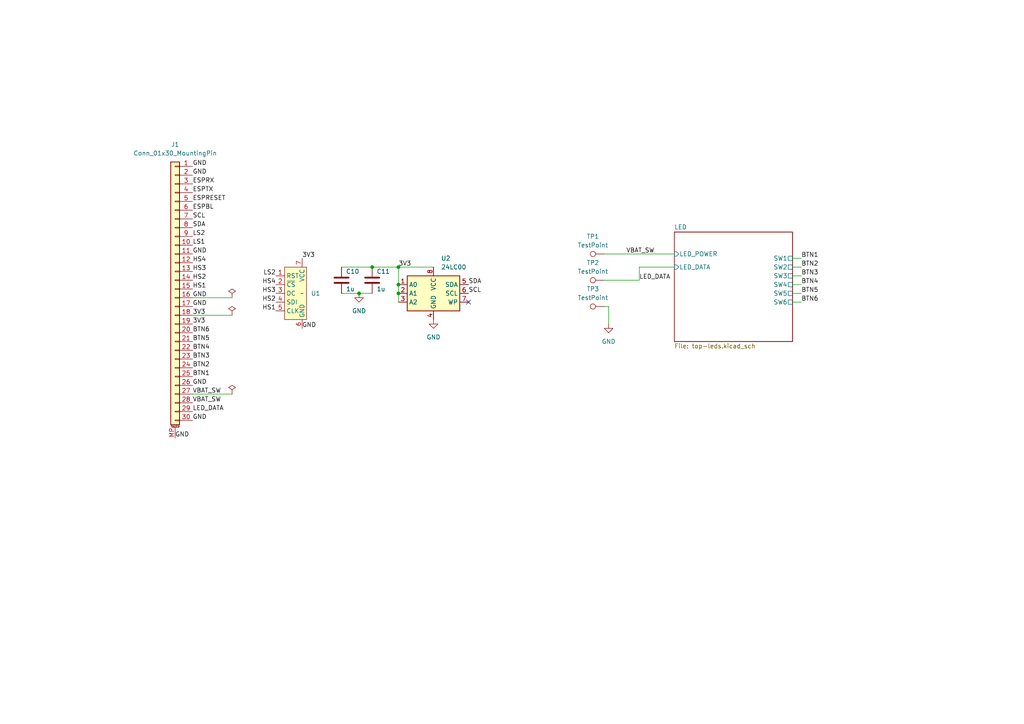
<source format=kicad_sch>
(kicad_sch (version 20230121) (generator eeschema)
  (paper "A4")
  (lib_symbols
    (symbol "Connector:TestPoint" (pin_numbers hide) (pin_names (offset 0.762) hide)
      (property "Reference" "TP" (at 0 6.858 0))
      (property "Value" "TestPoint" (at 0 5.08 0))
      (symbol "TestPoint_0_1"
        (circle (center 0 3.302) (radius 0.762))
      )
      (symbol "TestPoint_1_1"
        (pin passive line (at 0 0 90) (length 2.54) (name "1") (number "1"))
      )
    )
    (symbol "Connector_Generic_MountingPin:Conn_01x30_MountingPin" (pin_names (offset 1.016) hide)
      (property "Reference" "J" (at 0 38.1 0))
      (property "Value" "Conn_01x30_MountingPin" (at 1.27 -40.64 0))
      (symbol "Conn_01x30_MountingPin_1_1"
        (rectangle (start -1.27 -37.973) (end 0 -38.227) (stroke (width 0.1524)))
        (rectangle (start -1.27 -35.433) (end 0 -35.687) (stroke (width 0.1524)))
        (rectangle (start -1.27 -32.893) (end 0 -33.147) (stroke (width 0.1524)))
        (rectangle (start -1.27 -30.353) (end 0 -30.607) (stroke (width 0.1524)))
        (rectangle (start -1.27 -27.813) (end 0 -28.067) (stroke (width 0.1524)))
        (rectangle (start -1.27 -25.273) (end 0 -25.527) (stroke (width 0.1524)))
        (rectangle (start -1.27 -22.733) (end 0 -22.987) (stroke (width 0.1524)))
        (rectangle (start -1.27 -20.193) (end 0 -20.447) (stroke (width 0.1524)))
        (rectangle (start -1.27 -17.653) (end 0 -17.907) (stroke (width 0.1524)))
        (rectangle (start -1.27 -15.113) (end 0 -15.367) (stroke (width 0.1524)))
        (rectangle (start -1.27 -12.573) (end 0 -12.827) (stroke (width 0.1524)))
        (rectangle (start -1.27 -10.033) (end 0 -10.287) (stroke (width 0.1524)))
        (rectangle (start -1.27 -7.493) (end 0 -7.747) (stroke (width 0.1524)))
        (rectangle (start -1.27 -4.953) (end 0 -5.207) (stroke (width 0.1524)))
        (rectangle (start -1.27 -2.413) (end 0 -2.667) (stroke (width 0.1524)))
        (rectangle (start -1.27 0.127) (end 0 -0.127) (stroke (width 0.1524)))
        (rectangle (start -1.27 2.667) (end 0 2.413) (stroke (width 0.1524)))
        (rectangle (start -1.27 5.207) (end 0 4.953) (stroke (width 0.1524)))
        (rectangle (start -1.27 7.747) (end 0 7.493) (stroke (width 0.1524)))
        (rectangle (start -1.27 10.287) (end 0 10.033) (stroke (width 0.1524)))
        (rectangle (start -1.27 12.827) (end 0 12.573) (stroke (width 0.1524)))
        (rectangle (start -1.27 15.367) (end 0 15.113) (stroke (width 0.1524)))
        (rectangle (start -1.27 17.907) (end 0 17.653) (stroke (width 0.1524)))
        (rectangle (start -1.27 20.447) (end 0 20.193) (stroke (width 0.1524)))
        (rectangle (start -1.27 22.987) (end 0 22.733) (stroke (width 0.1524)))
        (rectangle (start -1.27 25.527) (end 0 25.273) (stroke (width 0.1524)))
        (rectangle (start -1.27 28.067) (end 0 27.813) (stroke (width 0.1524)))
        (rectangle (start -1.27 30.607) (end 0 30.353) (stroke (width 0.1524)))
        (rectangle (start -1.27 33.147) (end 0 32.893) (stroke (width 0.1524)))
        (rectangle (start -1.27 35.687) (end 0 35.433) (stroke (width 0.1524)))
        (rectangle (start -1.27 36.83) (end 1.27 -39.37) (stroke (width 0.254)) (fill (type background)))
        (polyline (pts (xy -1.016 -40.132) (xy 1.016 -40.132)) (stroke (width 0.1524)))
        (text "Mounting" (at 0 -39.751 0) (effects (font (size 0.381 0.381))))
        (pin passive line (at -5.08 35.56 0) (length 3.81) (name "Pin_1") (number "1"))
        (pin passive line (at -5.08 12.7 0) (length 3.81) (name "Pin_10") (number "10"))
        (pin passive line (at -5.08 10.16 0) (length 3.81) (name "Pin_11") (number "11"))
        (pin passive line (at -5.08 7.62 0) (length 3.81) (name "Pin_12") (number "12"))
        (pin passive line (at -5.08 5.08 0) (length 3.81) (name "Pin_13") (number "13"))
        (pin passive line (at -5.08 2.54 0) (length 3.81) (name "Pin_14") (number "14"))
        (pin passive line (at -5.08 0 0) (length 3.81) (name "Pin_15") (number "15"))
        (pin passive line (at -5.08 -2.54 0) (length 3.81) (name "Pin_16") (number "16"))
        (pin passive line (at -5.08 -5.08 0) (length 3.81) (name "Pin_17") (number "17"))
        (pin passive line (at -5.08 -7.62 0) (length 3.81) (name "Pin_18") (number "18"))
        (pin passive line (at -5.08 -10.16 0) (length 3.81) (name "Pin_19") (number "19"))
        (pin passive line (at -5.08 33.02 0) (length 3.81) (name "Pin_2") (number "2"))
        (pin passive line (at -5.08 -12.7 0) (length 3.81) (name "Pin_20") (number "20"))
        (pin passive line (at -5.08 -15.24 0) (length 3.81) (name "Pin_21") (number "21"))
        (pin passive line (at -5.08 -17.78 0) (length 3.81) (name "Pin_22") (number "22"))
        (pin passive line (at -5.08 -20.32 0) (length 3.81) (name "Pin_23") (number "23"))
        (pin passive line (at -5.08 -22.86 0) (length 3.81) (name "Pin_24") (number "24"))
        (pin passive line (at -5.08 -25.4 0) (length 3.81) (name "Pin_25") (number "25"))
        (pin passive line (at -5.08 -27.94 0) (length 3.81) (name "Pin_26") (number "26"))
        (pin passive line (at -5.08 -30.48 0) (length 3.81) (name "Pin_27") (number "27"))
        (pin passive line (at -5.08 -33.02 0) (length 3.81) (name "Pin_28") (number "28"))
        (pin passive line (at -5.08 -35.56 0) (length 3.81) (name "Pin_29") (number "29"))
        (pin passive line (at -5.08 30.48 0) (length 3.81) (name "Pin_3") (number "3"))
        (pin passive line (at -5.08 -38.1 0) (length 3.81) (name "Pin_30") (number "30"))
        (pin passive line (at -5.08 27.94 0) (length 3.81) (name "Pin_4") (number "4"))
        (pin passive line (at -5.08 25.4 0) (length 3.81) (name "Pin_5") (number "5"))
        (pin passive line (at -5.08 22.86 0) (length 3.81) (name "Pin_6") (number "6"))
        (pin passive line (at -5.08 20.32 0) (length 3.81) (name "Pin_7") (number "7"))
        (pin passive line (at -5.08 17.78 0) (length 3.81) (name "Pin_8") (number "8"))
        (pin passive line (at -5.08 15.24 0) (length 3.81) (name "Pin_9") (number "9"))
        (pin passive line (at 0 -43.18 90) (length 3.048) (name "MountPin") (number "MP"))
      )
    )
    (symbol "Device:C" (pin_numbers hide) (pin_names (offset 0.254))
      (property "Reference" "C" (at 0.635 2.54 0))
      (property "Value" "C" (at 0.635 -2.54 0))
      (symbol "C_0_1"
        (polyline (pts (xy -2.032 -0.762) (xy 2.032 -0.762)) (stroke (width 0.508)))
        (polyline (pts (xy -2.032 0.762) (xy 2.032 0.762)) (stroke (width 0.508)))
      )
      (symbol "C_1_1"
        (pin passive line (at 0 3.81 270) (length 2.794) (name "~") (number "1"))
        (pin passive line (at 0 -3.81 90) (length 2.794) (name "~") (number "2"))
      )
    )
    (symbol "Memory_EEPROM:24LC00"
      (property "Reference" "U" (at -6.35 6.35 0))
      (property "Value" "24LC00" (at 1.27 6.35 0))
      (symbol "24LC00_1_1"
        (rectangle (start -7.62 5.08) (end 7.62 -5.08) (stroke (width 0.254)) (fill (type background)))
        (pin input line (at -10.16 2.54 0) (length 2.54) (name "A0") (number "1"))
        (pin input line (at -10.16 0 0) (length 2.54) (name "A1") (number "2"))
        (pin input line (at -10.16 -2.54 0) (length 2.54) (name "A2") (number "3"))
        (pin power_in line (at 0 -7.62 90) (length 2.54) (name "GND") (number "4"))
        (pin bidirectional line (at 10.16 2.54 180) (length 2.54) (name "SDA") (number "5"))
        (pin input line (at 10.16 0 180) (length 2.54) (name "SCL") (number "6"))
        (pin input line (at 10.16 -2.54 180) (length 2.54) (name "WP") (number "7"))
        (pin power_in line (at 0 7.62 270) (length 2.54) (name "VCC") (number "8"))
      )
    )
    (symbol "nodular:roundscreen"
      (property "Reference" "U" (at -5.08 8.89 0))
      (symbol "roundscreen_1_1"
        (rectangle (start -5.08 7.62) (end 1.27 -7.62) (fill (type background)))
        (pin input line (at -7.62 5.08 0) (length 2.54) (name "RST") (number "1"))
        (pin input line (at -7.62 2.54 0) (length 2.54) (name "~{CS}") (number "2"))
        (pin input line (at -7.62 0 0) (length 2.54) (name "DC") (number "3"))
        (pin input line (at -7.62 -2.54 0) (length 2.54) (name "SDI") (number "4"))
        (pin input line (at -7.62 -5.08 0) (length 2.54) (name "CLK") (number "5"))
        (pin power_in line (at 0 -10.16 90) (length 2.54) (name "GND") (number "6"))
        (pin power_in line (at 0 10.16 270) (length 2.54) (name "VCC") (number "7"))
      )
    )
    (symbol "power:GND" (power) (pin_names (offset 0))
      (property "Value" "GND" (at 0 -3.81 0))
      (symbol "GND_0_1"
        (polyline (pts (xy 0 0) (xy 0 -1.27) (xy 1.27 -1.27) (xy 0 -2.54) (xy -1.27 -1.27) (xy 0 -1.27)))
      )
      (symbol "GND_1_1"
        (pin power_in line (at 0 0 270) (length 0) hide (name "GND") (number "1"))
      )
    )
    (symbol "power:PWR_FLAG" (power) (pin_numbers hide) (pin_names (offset 0) hide)
      (property "Value" "PWR_FLAG" (at 0 3.81 0))
      (symbol "PWR_FLAG_0_0"
        (pin power_out line (at 0 0 90) (length 0) (name "pwr") (number "1"))
      )
      (symbol "PWR_FLAG_0_1"
        (polyline (pts (xy 0 0) (xy 0 1.27) (xy -1.016 1.905) (xy 0 2.54) (xy 1.016 1.905) (xy 0 1.27)))
      )
    )
  )
  (junction (at 115.57 85.09))
  (junction (at 115.57 82.55))
  (junction (at 104.14 85.09))
  (junction (at 107.95 77.47))
  (junction (at 115.57 77.47))
  (no_connect (at 135.89 87.63))
  (wire (pts (xy 107.95 77.47) (xy 115.57 77.47)))
  (wire (pts (xy 55.88 86.36) (xy 67.31 86.36)))
  (wire (pts (xy 185.42 77.47) (xy 185.42 81.28)))
  (wire (pts (xy 229.87 85.09) (xy 232.41 85.09)))
  (wire (pts (xy 229.87 87.63) (xy 232.41 87.63)))
  (wire (pts (xy 104.14 85.09) (xy 107.95 85.09)))
  (wire (pts (xy 195.58 77.47) (xy 185.42 77.47)))
  (wire (pts (xy 115.57 82.55) (xy 115.57 85.09)))
  (wire (pts (xy 229.87 82.55) (xy 232.41 82.55)))
  (wire (pts (xy 175.26 88.9) (xy 176.53 88.9)))
  (wire (pts (xy 125.73 77.47) (xy 115.57 77.47)))
  (wire (pts (xy 115.57 85.09) (xy 115.57 87.63)))
  (wire (pts (xy 229.87 77.47) (xy 232.41 77.47)))
  (wire (pts (xy 175.26 73.66) (xy 195.58 73.66)))
  (wire (pts (xy 99.06 85.09) (xy 104.14 85.09)))
  (wire (pts (xy 185.42 81.28) (xy 175.26 81.28)))
  (wire (pts (xy 55.88 114.3) (xy 67.31 114.3)))
  (wire (pts (xy 229.87 80.01) (xy 232.41 80.01)))
  (wire (pts (xy 229.87 74.93) (xy 232.41 74.93)))
  (wire (pts (xy 176.53 88.9) (xy 176.53 93.98)))
  (wire (pts (xy 99.06 77.47) (xy 107.95 77.47)))
  (wire (pts (xy 55.88 91.44) (xy 67.31 91.44)))
  (wire (pts (xy 115.57 77.47) (xy 115.57 82.55)))
  (label "ESPBL" (at 55.88 60.96 0))
  (label "LS2" (at 80.01 80.01 180))
  (label "BTN5" (at 55.88 99.06 0))
  (label "GND" (at 55.88 48.26 0))
  (label "GND" (at 55.88 111.76 0))
  (label "HS1" (at 80.01 90.17 180))
  (label "HS2" (at 80.01 87.63 180))
  (label "BTN6" (at 55.88 96.52 0))
  (label "BTN3" (at 232.41 80.01 0))
  (label "LS1" (at 55.88 71.12 0))
  (label "ESPRESET" (at 55.88 58.42 0))
  (label "HS2" (at 55.88 81.28 0))
  (label "3V3" (at 115.57 77.47 0))
  (label "GND" (at 55.88 88.9 0))
  (label "LED_DATA" (at 55.88 119.38 0))
  (label "HS1" (at 55.88 83.82 0))
  (label "BTN1" (at 55.88 109.22 0))
  (label "SDA" (at 55.88 66.04 0))
  (label "GND" (at 50.8 127 0))
  (label "VBAT_SW" (at 55.88 116.84 0))
  (label "HS3" (at 55.88 78.74 0))
  (label "SCL" (at 55.88 63.5 0))
  (label "LED_DATA" (at 185.42 81.28 0))
  (label "GND" (at 55.88 86.36 0))
  (label "BTN5" (at 232.41 85.09 0))
  (label "HS3" (at 80.01 85.09 180))
  (label "BTN3" (at 55.88 104.14 0))
  (label "BTN2" (at 232.41 77.47 0))
  (label "3V3" (at 55.88 91.44 0))
  (label "GND" (at 55.88 73.66 0))
  (label "ESPRX" (at 55.88 53.34 0))
  (label "SDA" (at 135.89 82.55 0))
  (label "3V3" (at 55.88 93.98 0))
  (label "BTN6" (at 232.41 87.63 0))
  (label "BTN2" (at 55.88 106.68 0))
  (label "BTN1" (at 232.41 74.93 0))
  (label "SCL" (at 135.89 85.09 0))
  (label "3V3" (at 87.63 74.93 0))
  (label "VBAT_SW" (at 181.61 73.66 0))
  (label "GND" (at 55.88 121.92 0))
  (label "GND" (at 87.63 95.25 0))
  (label "VBAT_SW" (at 55.88 114.3 0))
  (label "BTN4" (at 55.88 101.6 0))
  (label "HS4" (at 80.01 82.55 180))
  (label "GND" (at 55.88 50.8 0))
  (label "HS4" (at 55.88 76.2 0))
  (label "LS2" (at 55.88 68.58 0))
  (label "BTN4" (at 232.41 82.55 0))
  (label "ESPTX" (at 55.88 55.88 0))
  (symbol (lib_id "power:PWR_FLAG") (at 67.31 86.36 0) (unit 1)
    (property "Reference" "#FLG01" (effects hide))
    (property "Value" "PWR_FLAG" (effects hide))
  )
  (symbol (lib_id "Connector:TestPoint") (at 175.26 88.9 90) (unit 1)
    (property "Reference" "TP3" (at 171.958 83.82 90))
    (property "Value" "TestPoint" (at 171.958 86.36 90))
    (property "Footprint" "TestPoint:TestPoint_Pad_4.0x4.0mm" (effects hide))
  )
  (symbol (lib_id "Connector:TestPoint") (at 175.26 73.66 90) (unit 1)
    (property "Reference" "TP1" (at 171.958 68.58 90))
    (property "Value" "TestPoint" (at 171.958 71.12 90))
    (property "Footprint" "TestPoint:TestPoint_Pad_4.0x4.0mm" (effects hide))
  )
  (symbol (lib_id "power:PWR_FLAG") (at 67.31 114.3 0) (unit 1)
    (property "Reference" "#FLG03" (effects hide))
    (property "Value" "PWR_FLAG" (effects hide))
  )
  (symbol (lib_id "Device:C") (at 107.95 81.28 0) (unit 1)
    (property "Reference" "C11" (at 109.22 78.74 0) (effects (justify left)))
    (property "Value" "1u" (at 109.22 83.82 0) (effects (justify left)))
    (property "Footprint" "Capacitor_SMD:C_0402_1005Metric" (effects hide))
  )
  (symbol (lib_id "power:GND") (at 104.14 85.09 0) (unit 1)
    (property "Reference" "#PWR07" (effects hide))
    (property "Value" "GND" (at 104.14 90.17 0))
  )
  (symbol (lib_id "power:GND") (at 176.53 93.98 0) (unit 1)
    (property "Reference" "#PWR04" (effects hide))
    (property "Value" "GND" (at 176.53 99.06 0))
  )
  (symbol (lib_id "nodular:roundscreen") (at 87.63 85.09 0) (unit 1)
    (property "Reference" "U1" (at 90.17 85.09 0) (effects (justify left)))
    (property "Value" "~" (at 87.63 85.09 0))
    (property "Footprint" "nodular:PinHeader_1x07_P2.54mm_Vertical_LockPads" (effects hide))
  )
  (symbol (lib_id "Device:C") (at 99.06 81.28 0) (unit 1)
    (property "Reference" "C10" (at 100.33 78.74 0) (effects (justify left)))
    (property "Value" "1u" (at 100.33 83.82 0) (effects (justify left)))
    (property "Footprint" "Capacitor_SMD:C_0402_1005Metric" (effects hide))
  )
  (symbol (lib_id "Connector_Generic_MountingPin:Conn_01x30_MountingPin") (at 50.8 83.82 0) (mirror y) (unit 1)
    (property "Reference" "J1" (at 50.8 41.91 0))
    (property "Value" "Conn_01x30_MountingPin" (at 50.8 44.45 0))
    (property "Footprint" "nodular:Jushuo_AFC01-S30FCC-00_1x30-1MP_P0.50mm_Horizontal" (effects hide))
  )
  (symbol (lib_id "Memory_EEPROM:24LC00") (at 125.73 85.09 0) (unit 1)
    (property "Reference" "U2" (at 127.9241 74.93 0) (effects (justify left)))
    (property "Value" "24LC00" (at 127.9241 77.47 0) (effects (justify left)))
    (property "Footprint" "Package_SO:TSSOP-8_4.4x3mm_P0.65mm" (effects hide))
    (property "Datasheet" "http://ww1.microchip.com/downloads/en/DeviceDoc/21178G.pdf" (effects hide))
  )
  (symbol (lib_id "power:GND") (at 125.73 92.71 0) (unit 1)
    (property "Reference" "#PWR06" (effects hide))
    (property "Value" "GND" (at 125.73 97.79 0))
  )
  (symbol (lib_id "power:PWR_FLAG") (at 67.31 91.44 0) (unit 1)
    (property "Reference" "#FLG02" (effects hide))
    (property "Value" "PWR_FLAG" (effects hide))
  )
  (symbol (lib_id "Connector:TestPoint") (at 175.26 81.28 90) (unit 1)
    (property "Reference" "TP2" (at 171.958 76.2 90))
    (property "Value" "TestPoint" (at 171.958 78.74 90))
    (property "Footprint" "TestPoint:TestPoint_Pad_4.0x4.0mm" (effects hide))
  )
  (sheet (at 195.58 67.31) (size 34.29 31.75) (stroke (width 0.1524))
    (property "Sheetname" "LED" (at 195.58 66.5984 0) (effects (justify left bottom)))
    (property "Sheetfile" "top-leds.kicad_sch" (at 195.58 99.6446 0) (effects (justify left top)))
    (pin "LED_POWER" input (at 195.58 73.66 180))
    (pin "LED_DATA" input (at 195.58 77.47 180))
    (pin "SW5" passive (at 229.87 85.09 0))
    (pin "SW6" passive (at 229.87 87.63 0))
    (pin "SW1" passive (at 229.87 74.93 0))
    (pin "SW2" passive (at 229.87 77.47 0))
    (pin "SW3" passive (at 229.87 80.01 0))
    (pin "SW4" passive (at 229.87 82.55 0))
  )
)
</source>
